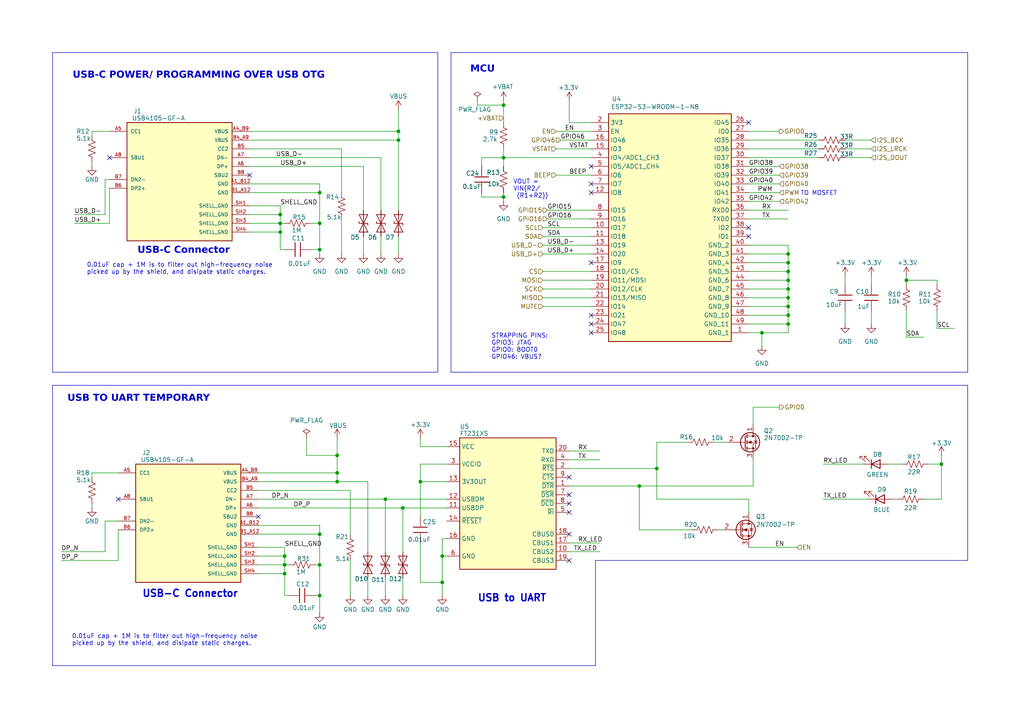
<source format=kicad_sch>
(kicad_sch (version 20231120) (generator "eeschema") (generator_version "8.0")
  (paper "A4")
  (lib_symbols
    (symbol "Device:C" (pin_numbers hide) (pin_names (offset 0.254))
      (property "Reference" "C" (at 0.635 2.54 0))
      (property "Value" "C" (at 0.635 -2.54 0))
      (symbol "C_1_1"
        (pin passive line (at 0 3.81 270) (length 2.794) (name "~") (number "1"))
        (pin passive line (at 0 -3.81 90) (length 2.794) (name "~") (number "2"))
      )
    )
    (symbol "Device:LED" (pin_numbers hide) (pin_names (offset 1.016) hide)
      (property "Reference" "D" (at 0 2.54 0))
      (property "Value" "LED" (at 0 -2.54 0))
      (symbol "LED_1_1"
        (pin passive line (at -3.81 0 0) (length 2.54) (name "K") (number "1"))
        (pin passive line (at 3.81 0 180) (length 2.54) (name "A") (number "2"))
      )
    )
    (symbol "Device:R_US" (pin_numbers hide) (pin_names (offset 0))
      (property "Reference" "R" (at 2.54 0 90))
      (property "Value" "R_US" (at -2.54 0 90))
      (symbol "R_US_1_1"
        (pin passive line (at 0 3.81 270) (length 1.27) (name "~") (number "1"))
        (pin passive line (at 0 -3.81 90) (length 1.27) (name "~") (number "2"))
      )
    )
    (symbol "Diode:ESD9B5.0ST5G" (pin_numbers hide) (pin_names (offset 1.016) hide)
      (property "Reference" "D" (at 0 2.54 0))
      (property "Value" "ESD9B5.0ST5G" (at 0 -2.54 0))
      (symbol "ESD9B5.0ST5G_1_1"
        (pin passive line (at -3.81 0 0) (length 2.54) (name "A1") (number "1"))
        (pin passive line (at 3.81 0 180) (length 2.54) (name "A2") (number "2"))
      )
    )
    (symbol "ESP32-S3-WROOM-1-N8:ESP32-S3-WROOM-1-N8"
      (property "Reference" "U" (at -10.16 29.21 0))
      (property "Value" "ESP32-S3-WROOM-1-N8" (at -10.16 26.67 0))
      (symbol "ESP32-S3-WROOM-1-N8_1_1"
        (pin passive line (at 30.48 -39.37 180) (length 5.08) (name "GND_1") (number "1"))
        (pin passive line (at -15.24 -8.89 0) (length 5.08) (name "IO17") (number "10"))
        (pin passive line (at -15.24 -11.43 0) (length 5.08) (name "IO18") (number "11"))
        (pin passive line (at -15.24 1.27 0) (length 5.08) (name "IO8") (number "12"))
        (pin passive line (at -15.24 -13.97 0) (length 5.08) (name "IO19") (number "13"))
        (pin passive line (at -15.24 -16.51 0) (length 5.08) (name "IO20") (number "14"))
        (pin passive line (at -15.24 13.97 0) (length 5.08) (name "IO3") (number "15"))
        (pin passive line (at -15.24 16.51 0) (length 5.08) (name "IO46") (number "16"))
        (pin passive line (at -15.24 -19.05 0) (length 5.08) (name "IO9") (number "17"))
        (pin passive line (at -15.24 -21.59 0) (length 5.08) (name "IO10/CS") (number "18"))
        (pin passive line (at -15.24 -24.13 0) (length 5.08) (name "IO11/MOSI") (number "19"))
        (pin passive line (at -15.24 21.59 0) (length 5.08) (name "3V3") (number "2"))
        (pin passive line (at -15.24 -26.67 0) (length 5.08) (name "IO12/CLK") (number "20"))
        (pin passive line (at -15.24 -29.21 0) (length 5.08) (name "IO13/MISO") (number "21"))
        (pin passive line (at -15.24 -31.75 0) (length 5.08) (name "IO14") (number "22"))
        (pin passive line (at -15.24 -34.29 0) (length 5.08) (name "IO21") (number "23"))
        (pin passive line (at -15.24 -36.83 0) (length 5.08) (name "IO47") (number "24"))
        (pin passive line (at -15.24 -39.37 0) (length 5.08) (name "IO48") (number "25"))
        (pin passive line (at 30.48 21.59 180) (length 5.08) (name "IO45") (number "26"))
        (pin passive line (at 30.48 19.05 180) (length 5.08) (name "IO0") (number "27"))
        (pin passive line (at 30.48 16.51 180) (length 5.08) (name "IO35") (number "28"))
        (pin passive line (at 30.48 13.97 180) (length 5.08) (name "IO36") (number "29"))
        (pin passive line (at -15.24 19.05 0) (length 5.08) (name "EN") (number "3"))
        (pin passive line (at 30.48 11.43 180) (length 5.08) (name "IO37") (number "30"))
        (pin passive line (at 30.48 8.89 180) (length 5.08) (name "IO38") (number "31"))
        (pin passive line (at 30.48 6.35 180) (length 5.08) (name "IO39") (number "32"))
        (pin passive line (at 30.48 3.81 180) (length 5.08) (name "IO40") (number "33"))
        (pin passive line (at 30.48 1.27 180) (length 5.08) (name "IO41") (number "34"))
        (pin passive line (at 30.48 -1.27 180) (length 5.08) (name "IO42") (number "35"))
        (pin passive line (at 30.48 -3.81 180) (length 5.08) (name "RXD0") (number "36"))
        (pin passive line (at 30.48 -6.35 180) (length 5.08) (name "TXD0") (number "37"))
        (pin passive line (at 30.48 -8.89 180) (length 5.08) (name "IO2") (number "38"))
        (pin passive line (at 30.48 -11.43 180) (length 5.08) (name "IO1") (number "39"))
        (pin passive line (at -15.24 11.43 0) (length 5.08) (name "IO4/ADC1_CH3") (number "4"))
        (pin passive line (at 30.48 -13.97 180) (length 5.08) (name "GND_2") (number "40"))
        (pin passive line (at 30.48 -16.51 180) (length 5.08) (name "GND_3") (number "41"))
        (pin passive line (at 30.48 -19.05 180) (length 5.08) (name "GND_4") (number "42"))
        (pin passive line (at 30.48 -21.59 180) (length 5.08) (name "GND_5") (number "43"))
        (pin passive line (at 30.48 -24.13 180) (length 5.08) (name "GND_6") (number "44"))
        (pin passive line (at 30.48 -26.67 180) (length 5.08) (name "GND_7") (number "45"))
        (pin passive line (at 30.48 -29.21 180) (length 5.08) (name "GND_8") (number "46"))
        (pin passive line (at 30.48 -31.75 180) (length 5.08) (name "GND_9") (number "47"))
        (pin passive line (at 30.48 -34.29 180) (length 5.08) (name "GND_10") (number "48"))
        (pin passive line (at 30.48 -36.83 180) (length 5.08) (name "GND_11") (number "49"))
        (pin passive line (at -15.24 8.89 0) (length 5.08) (name "IO5/ADC1_CH4") (number "5"))
        (pin passive line (at -15.24 6.35 0) (length 5.08) (name "IO6") (number "6"))
        (pin passive line (at -15.24 3.81 0) (length 5.08) (name "IO7") (number "7"))
        (pin passive line (at -15.24 -3.81 0) (length 5.08) (name "IO15") (number "8"))
        (pin passive line (at -15.24 -6.35 0) (length 5.08) (name "IO16") (number "9"))
      )
    )
    (symbol "Interface_USB:FT231XS"
      (property "Reference" "U" (at -13.97 20.32 0))
      (property "Value" "FT231XS" (at 7.62 20.32 0))
      (symbol "FT231XS_1_1"
        (pin output line (at 17.78 5.08 180) (length 3.81) (name "~{DTR}") (number "1"))
        (pin bidirectional line (at 17.78 -13.97 180) (length 3.81) (name "CBUS2") (number "10"))
        (pin bidirectional line (at -17.78 -1.27 0) (length 3.81) (name "USBDP") (number "11"))
        (pin bidirectional line (at -17.78 1.27 0) (length 3.81) (name "USBDM") (number "12"))
        (pin power_out line (at -17.78 6.35 0) (length 3.81) (name "3V3OUT") (number "13"))
        (pin input line (at -17.78 -5.08 0) (length 3.81) (name "~{RESET}") (number "14"))
        (pin power_in line (at -17.78 16.51 0) (length 3.81) (name "VCC") (number "15"))
        (pin power_in line (at -17.78 -10.16 0) (length 3.81) (name "GND") (number "16"))
        (pin bidirectional line (at 17.78 -11.43 180) (length 3.81) (name "CBUS1") (number "17"))
        (pin bidirectional line (at 17.78 -8.89 180) (length 3.81) (name "CBUS0") (number "18"))
        (pin bidirectional line (at 17.78 -16.51 180) (length 3.81) (name "CBUS3") (number "19"))
        (pin output line (at 17.78 10.16 180) (length 3.81) (name "~{RTS}") (number "2"))
        (pin output line (at 17.78 15.24 180) (length 3.81) (name "TXD") (number "20"))
        (pin power_in line (at -17.78 11.43 0) (length 3.81) (name "VCCIO") (number "3"))
        (pin input line (at 17.78 12.7 180) (length 3.81) (name "RXD") (number "4"))
        (pin input line (at 17.78 -2.54 180) (length 3.81) (name "~{RI}") (number "5"))
        (pin power_in line (at -17.78 -15.24 0) (length 3.81) (name "GND") (number "6"))
        (pin input line (at 17.78 2.54 180) (length 3.81) (name "~{DSR}") (number "7"))
        (pin input line (at 17.78 0 180) (length 3.81) (name "~{DCD}") (number "8"))
        (pin input line (at 17.78 7.62 180) (length 3.81) (name "~{CTS}") (number "9"))
      )
    )
    (symbol "Transistor_FET:BS108" (pin_names hide)
      (property "Reference" "Q" (at 5.08 1.905 0))
      (property "Value" "BS108" (at 5.08 0 0))
      (symbol "BS108_1_1"
        (pin passive line (at 2.54 5.08 270) (length 2.54) (name "D") (number "1"))
        (pin input line (at -5.08 0 0) (length 2.54) (name "G") (number "2"))
        (pin passive line (at 2.54 -5.08 90) (length 2.54) (name "S") (number "3"))
      )
    )
    (symbol "USB4105-GF-A:USB4105-GF-A" (pin_names (offset 1.016))
      (property "Reference" "J" (at -13.97 13.462 0))
      (property "Value" "USB4105-GF-A" (at -14.732 -25.4 0))
      (symbol "USB4105-GF-A_0_0"
        (pin power_in line (at 20.32 -5.08 180) (length 5.08) (name "GND") (number "A1_B12"))
        (pin bidirectional line (at -20.32 10.16 0) (length 5.08) (name "CC1") (number "A5"))
        (pin bidirectional line (at -20.32 2.54 0) (length 5.08) (name "SBU1") (number "A8"))
        (pin power_in line (at 20.32 -7.62 180) (length 5.08) (name "GND") (number "B1_A12"))
        (pin power_in line (at 20.32 7.62 180) (length 5.08) (name "VBUS") (number "B4_A9"))
        (pin bidirectional line (at 20.32 5.08 180) (length 5.08) (name "CC2") (number "B5"))
        (pin bidirectional line (at 20.32 -2.54 180) (length 5.08) (name "SBU2") (number "B8"))
      )
      (symbol "USB4105-GF-A_1_0"
        (pin power_in line (at 20.32 10.16 180) (length 5.08) (name "VBUS") (number "A4_B9"))
        (pin bidirectional line (at 20.32 0 180) (length 5.08) (name "DP+") (number "A6"))
        (pin bidirectional line (at 20.32 2.54 180) (length 5.08) (name "DN-") (number "A7"))
        (pin bidirectional line (at -20.32 -6.35 0) (length 5.08) (name "DP2+") (number "B6"))
        (pin bidirectional line (at -20.32 -3.81 0) (length 5.08) (name "DN2-") (number "B7"))
        (pin passive line (at 20.32 -11.43 180) (length 5.08) (name "SHELL_GND") (number "SH1"))
        (pin passive line (at 20.32 -13.97 180) (length 5.08) (name "SHELL_GND") (number "SH2"))
        (pin passive line (at 20.32 -16.51 180) (length 5.08) (name "SHELL_GND") (number "SH3"))
        (pin passive line (at 20.32 -19.05 180) (length 5.08) (name "SHELL_GND") (number "SH4"))
      )
    )
    (symbol "USB4105-GF-A_1" (pin_names (offset 1.016))
      (property "Reference" "J" (at -13.97 13.462 0))
      (property "Value" "USB4105-GF-A" (at -14.732 -25.4 0))
      (symbol "USB4105-GF-A_1_0_0"
        (pin power_in line (at 20.32 -5.08 180) (length 5.08) (name "GND") (number "A1_B12"))
        (pin bidirectional line (at -20.32 10.16 0) (length 5.08) (name "CC1") (number "A5"))
        (pin bidirectional line (at -20.32 2.54 0) (length 5.08) (name "SBU1") (number "A8"))
        (pin power_in line (at 20.32 -7.62 180) (length 5.08) (name "GND") (number "B1_A12"))
        (pin power_in line (at 20.32 7.62 180) (length 5.08) (name "VBUS") (number "B4_A9"))
        (pin bidirectional line (at 20.32 5.08 180) (length 5.08) (name "CC2") (number "B5"))
        (pin bidirectional line (at 20.32 -2.54 180) (length 5.08) (name "SBU2") (number "B8"))
      )
      (symbol "USB4105-GF-A_1_1_0"
        (pin power_in line (at 20.32 10.16 180) (length 5.08) (name "VBUS") (number "A4_B9"))
        (pin bidirectional line (at 20.32 0 180) (length 5.08) (name "DP+") (number "A6"))
        (pin bidirectional line (at 20.32 2.54 180) (length 5.08) (name "DN-") (number "A7"))
        (pin bidirectional line (at -20.32 -6.35 0) (length 5.08) (name "DP2+") (number "B6"))
        (pin bidirectional line (at -20.32 -3.81 0) (length 5.08) (name "DN2-") (number "B7"))
        (pin passive line (at 20.32 -11.43 180) (length 5.08) (name "SHELL_GND") (number "SH1"))
        (pin passive line (at 20.32 -13.97 180) (length 5.08) (name "SHELL_GND") (number "SH2"))
        (pin passive line (at 20.32 -16.51 180) (length 5.08) (name "SHELL_GND") (number "SH3"))
        (pin passive line (at 20.32 -19.05 180) (length 5.08) (name "SHELL_GND") (number "SH4"))
      )
    )
    (symbol "power:+3.3V" (power) (pin_numbers hide) (pin_names (offset 0) hide)
      (property "Value" "+3.3V" (at 0 3.556 0))
      (symbol "+3.3V_1_1"
        (pin power_in line (at 0 0 90) (length 0) (name "~") (number "1"))
      )
    )
    (symbol "power:+5V" (power) (pin_numbers hide) (pin_names (offset 0) hide)
      (property "Value" "+5V" (at 0 3.556 0))
      (symbol "+5V_1_1"
        (pin power_in line (at 0 0 90) (length 0) (name "~") (number "1"))
      )
    )
    (symbol "power:+BATT" (power) (pin_numbers hide) (pin_names (offset 0) hide)
      (property "Value" "+BATT" (at 0 3.556 0))
      (symbol "+BATT_1_1"
        (pin power_in line (at 0 0 90) (length 0) (name "~") (number "1"))
      )
    )
    (symbol "power:GND" (power) (pin_numbers hide) (pin_names (offset 0) hide)
      (property "Value" "GND" (at 0 -3.81 0))
      (symbol "GND_1_1"
        (pin power_in line (at 0 0 270) (length 0) (name "~") (number "1"))
      )
    )
    (symbol "power:PWR_FLAG" (power) (pin_numbers hide) (pin_names (offset 0) hide)
      (property "Value" "PWR_FLAG" (at 0 3.81 0))
      (symbol "PWR_FLAG_0_0"
        (pin power_out line (at 0 0 90) (length 0) (name "~") (number "1"))
      )
    )
    (symbol "power:VBUS" (power) (pin_numbers hide) (pin_names (offset 0) hide)
      (property "Value" "VBUS" (at 0 3.556 0))
      (symbol "VBUS_1_1"
        (pin power_in line (at 0 0 90) (length 0) (name "~") (number "1"))
      )
    )
  )
  (junction (at 273.05 134.62))
  (junction (at 116.84 147.32))
  (junction (at 82.55 161.29))
  (junction (at 92.71 55.88))
  (junction (at 185.42 140.97))
  (junction (at 115.57 40.64))
  (junction (at 97.79 139.7))
  (junction (at 146.05 45.72))
  (junction (at 92.71 172.72))
  (junction (at 97.79 132.08))
  (junction (at 111.76 144.78))
  (junction (at 146.05 57.15))
  (junction (at 228.6 86.36))
  (junction (at 92.71 64.77))
  (junction (at 128.27 168.91))
  (junction (at 262.89 81.28))
  (junction (at 146.05 30.48))
  (junction (at 228.6 88.9))
  (junction (at 81.28 67.31))
  (junction (at 220.98 96.52))
  (junction (at 190.5 135.89))
  (junction (at 92.71 163.83))
  (junction (at 228.6 76.2))
  (junction (at 121.92 139.7))
  (junction (at 228.6 91.44))
  (junction (at 82.55 166.37))
  (junction (at 92.71 154.94))
  (junction (at 128.27 161.29))
  (junction (at 228.6 73.66))
  (junction (at 81.28 64.77))
  (junction (at 228.6 83.82))
  (junction (at 228.6 78.74))
  (junction (at 228.6 93.98))
  (junction (at 92.71 72.39))
  (junction (at 82.55 163.83))
  (junction (at 97.79 137.16))
  (junction (at 228.6 81.28))
  (junction (at 115.57 38.1))
  (junction (at 81.28 62.23))
  (no_connect (at 165.1 148.59))
  (no_connect (at 72.39 50.8))
  (no_connect (at 217.17 35.56))
  (no_connect (at 165.1 138.43))
  (no_connect (at 171.45 93.98))
  (no_connect (at 165.1 154.94))
  (no_connect (at 34.29 144.78))
  (no_connect (at 171.45 91.44))
  (no_connect (at 171.45 48.26))
  (no_connect (at 165.1 146.05))
  (no_connect (at 217.17 68.58))
  (no_connect (at 171.45 55.88))
  (no_connect (at 74.93 149.86))
  (no_connect (at 217.17 66.04))
  (no_connect (at 165.1 162.56))
  (no_connect (at 165.1 143.51))
  (no_connect (at 171.45 76.2))
  (no_connect (at 171.45 53.34))
  (no_connect (at 31.75 45.72))
  (no_connect (at 171.45 96.52))
  (wire (pts (xy 157.48 86.36) (xy 171.45 86.36)))
  (wire (pts (xy 115.57 40.64) (xy 115.57 60.96)))
  (wire (pts (xy 105.41 48.26) (xy 105.41 60.96)))
  (wire (pts (xy 226.06 118.11) (xy 218.44 118.11)))
  (wire (pts (xy 165.1 140.97) (xy 185.42 140.97)))
  (wire (pts (xy 146.05 45.72) (xy 146.05 48.26)))
  (wire (pts (xy 228.6 91.44) (xy 217.17 91.44)))
  (polyline (pts (xy 280.67 162.56) (xy 172.72 162.56)))
  (wire (pts (xy 217.17 60.96) (xy 228.6 60.96)))
  (wire (pts (xy 111.76 167.64) (xy 111.76 172.72)))
  (wire (pts (xy 158.75 63.5) (xy 171.45 63.5)))
  (wire (pts (xy 185.42 140.97) (xy 218.44 140.97)))
  (wire (pts (xy 115.57 38.1) (xy 115.57 40.64)))
  (wire (pts (xy 217.17 144.78) (xy 217.17 148.59)))
  (wire (pts (xy 273.05 134.62) (xy 269.24 134.62)))
  (wire (pts (xy 115.57 31.75) (xy 115.57 38.1)))
  (wire (pts (xy 161.29 50.8) (xy 171.45 50.8)))
  (wire (pts (xy 217.17 45.72) (xy 237.49 45.72)))
  (wire (pts (xy 81.28 72.39) (xy 81.28 67.31)))
  (wire (pts (xy 74.93 152.4) (xy 92.71 152.4)))
  (wire (pts (xy 273.05 132.08) (xy 273.05 134.62)))
  (wire (pts (xy 17.78 160.02) (xy 30.48 160.02)))
  (wire (pts (xy 74.93 158.75) (xy 82.55 158.75)))
  (wire (pts (xy 128.27 168.91) (xy 128.27 172.72)))
  (wire (pts (xy 271.78 95.25) (xy 276.86 95.25)))
  (wire (pts (xy 228.6 78.74) (xy 228.6 81.28)))
  (wire (pts (xy 139.7 45.72) (xy 146.05 45.72)))
  (wire (pts (xy 129.54 139.7) (xy 121.92 139.7)))
  (wire (pts (xy 228.6 86.36) (xy 228.6 88.9)))
  (wire (pts (xy 190.5 144.78) (xy 217.17 144.78)))
  (wire (pts (xy 161.29 38.1) (xy 171.45 38.1)))
  (wire (pts (xy 17.78 162.56) (xy 34.29 162.56)))
  (wire (pts (xy 82.55 172.72) (xy 82.55 166.37)))
  (wire (pts (xy 245.11 43.18) (xy 252.73 43.18)))
  (wire (pts (xy 238.76 144.78) (xy 251.46 144.78)))
  (wire (pts (xy 157.48 73.66) (xy 171.45 73.66)))
  (wire (pts (xy 105.41 68.58) (xy 105.41 73.66)))
  (wire (pts (xy 26.67 137.16) (xy 26.67 138.43)))
  (wire (pts (xy 92.71 64.77) (xy 92.71 72.39)))
  (wire (pts (xy 146.05 43.18) (xy 146.05 45.72)))
  (wire (pts (xy 259.08 144.78) (xy 260.35 144.78)))
  (wire (pts (xy 72.39 53.34) (xy 92.71 53.34)))
  (wire (pts (xy 74.93 137.16) (xy 97.79 137.16)))
  (wire (pts (xy 217.17 71.12) (xy 228.6 71.12)))
  (wire (pts (xy 220.98 96.52) (xy 220.98 100.33)))
  (wire (pts (xy 121.92 139.7) (xy 121.92 149.86)))
  (wire (pts (xy 217.17 48.26) (xy 226.06 48.26)))
  (wire (pts (xy 121.92 134.62) (xy 121.92 139.7)))
  (wire (pts (xy 116.84 167.64) (xy 116.84 172.72)))
  (wire (pts (xy 185.42 140.97) (xy 185.42 153.67)))
  (wire (pts (xy 92.71 154.94) (xy 92.71 163.83)))
  (wire (pts (xy 31.75 38.1) (xy 26.67 38.1)))
  (wire (pts (xy 83.82 163.83) (xy 82.55 163.83)))
  (wire (pts (xy 146.05 30.48) (xy 146.05 35.56)))
  (wire (pts (xy 217.17 86.36) (xy 228.6 86.36)))
  (wire (pts (xy 217.17 96.52) (xy 220.98 96.52)))
  (wire (pts (xy 72.39 67.31) (xy 81.28 67.31)))
  (wire (pts (xy 162.56 40.64) (xy 171.45 40.64)))
  (wire (pts (xy 34.29 162.56) (xy 34.29 153.67)))
  (wire (pts (xy 34.29 137.16) (xy 26.67 137.16)))
  (wire (pts (xy 245.11 80.01) (xy 245.11 82.55)))
  (wire (pts (xy 106.68 139.7) (xy 106.68 160.02)))
  (wire (pts (xy 72.39 62.23) (xy 81.28 62.23)))
  (wire (pts (xy 271.78 81.28) (xy 271.78 82.55)))
  (wire (pts (xy 217.17 38.1) (xy 226.06 38.1)))
  (wire (pts (xy 97.79 139.7) (xy 106.68 139.7)))
  (wire (pts (xy 26.67 38.1) (xy 26.67 39.37)))
  (wire (pts (xy 74.93 147.32) (xy 116.84 147.32)))
  (wire (pts (xy 99.06 43.18) (xy 99.06 55.88)))
  (wire (pts (xy 217.17 55.88) (xy 226.06 55.88)))
  (wire (pts (xy 228.6 73.66) (xy 228.6 76.2)))
  (wire (pts (xy 72.39 43.18) (xy 99.06 43.18)))
  (wire (pts (xy 165.1 35.56) (xy 171.45 35.56)))
  (wire (pts (xy 138.43 29.21) (xy 138.43 30.48)))
  (polyline (pts (xy 15.24 111.76) (xy 280.67 111.76)))
  (wire (pts (xy 92.71 55.88) (xy 92.71 64.77)))
  (wire (pts (xy 34.29 151.13) (xy 30.48 151.13)))
  (wire (pts (xy 157.48 71.12) (xy 171.45 71.12)))
  (wire (pts (xy 165.1 135.89) (xy 190.5 135.89)))
  (wire (pts (xy 217.17 73.66) (xy 228.6 73.66)))
  (wire (pts (xy 30.48 52.07) (xy 30.48 62.23)))
  (wire (pts (xy 245.11 90.17) (xy 245.11 93.98)))
  (wire (pts (xy 217.17 63.5) (xy 228.6 63.5)))
  (wire (pts (xy 92.71 152.4) (xy 92.71 154.94)))
  (wire (pts (xy 74.93 142.24) (xy 101.6 142.24)))
  (wire (pts (xy 217.17 58.42) (xy 226.06 58.42)))
  (wire (pts (xy 99.06 63.5) (xy 99.06 73.66)))
  (wire (pts (xy 262.89 90.17) (xy 262.89 97.79)))
  (wire (pts (xy 228.6 71.12) (xy 228.6 73.66)))
  (wire (pts (xy 74.93 166.37) (xy 82.55 166.37)))
  (wire (pts (xy 97.79 132.08) (xy 97.79 137.16)))
  (wire (pts (xy 72.39 38.1) (xy 115.57 38.1)))
  (wire (pts (xy 81.28 59.69) (xy 81.28 62.23)))
  (wire (pts (xy 157.48 88.9) (xy 171.45 88.9)))
  (wire (pts (xy 228.6 93.98) (xy 228.6 96.52)))
  (wire (pts (xy 157.48 81.28) (xy 171.45 81.28)))
  (wire (pts (xy 128.27 161.29) (xy 128.27 168.91)))
  (wire (pts (xy 171.45 45.72) (xy 146.05 45.72)))
  (wire (pts (xy 228.6 91.44) (xy 228.6 93.98)))
  (wire (pts (xy 146.05 57.15) (xy 146.05 58.42)))
  (wire (pts (xy 139.7 57.15) (xy 146.05 57.15)))
  (wire (pts (xy 72.39 48.26) (xy 105.41 48.26)))
  (wire (pts (xy 72.39 45.72) (xy 110.49 45.72)))
  (wire (pts (xy 157.48 66.04) (xy 171.45 66.04)))
  (wire (pts (xy 21.59 62.23) (xy 30.48 62.23)))
  (wire (pts (xy 217.17 83.82) (xy 228.6 83.82)))
  (wire (pts (xy 217.17 78.74) (xy 228.6 78.74)))
  (wire (pts (xy 90.17 64.77) (xy 92.71 64.77)))
  (wire (pts (xy 218.44 118.11) (xy 218.44 123.19)))
  (wire (pts (xy 262.89 81.28) (xy 262.89 82.55)))
  (wire (pts (xy 217.17 53.34) (xy 226.06 53.34)))
  (wire (pts (xy 217.17 40.64) (xy 237.49 40.64)))
  (wire (pts (xy 74.93 154.94) (xy 92.71 154.94)))
  (wire (pts (xy 116.84 147.32) (xy 129.54 147.32)))
  (wire (pts (xy 81.28 72.39) (xy 82.55 72.39)))
  (wire (pts (xy 31.75 52.07) (xy 30.48 52.07)))
  (wire (pts (xy 26.67 146.05) (xy 26.67 147.32)))
  (wire (pts (xy 26.67 46.99) (xy 26.67 48.26)))
  (wire (pts (xy 88.9 132.08) (xy 97.79 132.08)))
  (wire (pts (xy 245.11 45.72) (xy 252.73 45.72)))
  (polyline (pts (xy 280.67 111.76) (xy 280.67 162.56)))
  (wire (pts (xy 74.93 144.78) (xy 111.76 144.78)))
  (wire (pts (xy 82.55 158.75) (xy 82.55 161.29)))
  (wire (pts (xy 228.6 81.28) (xy 228.6 83.82)))
  (wire (pts (xy 208.28 153.67) (xy 209.55 153.67)))
  (wire (pts (xy 121.92 134.62) (xy 129.54 134.62)))
  (wire (pts (xy 217.17 50.8) (xy 226.06 50.8)))
  (wire (pts (xy 121.92 168.91) (xy 128.27 168.91)))
  (wire (pts (xy 72.39 64.77) (xy 81.28 64.77)))
  (wire (pts (xy 92.71 72.39) (xy 92.71 73.66)))
  (wire (pts (xy 228.6 88.9) (xy 228.6 91.44)))
  (wire (pts (xy 218.44 133.35) (xy 218.44 140.97)))
  (wire (pts (xy 217.17 158.75) (xy 231.14 158.75)))
  (wire (pts (xy 72.39 55.88) (xy 92.71 55.88)))
  (wire (pts (xy 165.1 133.35) (xy 173.99 133.35)))
  (wire (pts (xy 82.55 172.72) (xy 83.82 172.72)))
  (wire (pts (xy 121.92 157.48) (xy 121.92 168.91)))
  (wire (pts (xy 165.1 157.48) (xy 173.99 157.48)))
  (wire (pts (xy 128.27 156.21) (xy 129.54 156.21)))
  (wire (pts (xy 228.6 76.2) (xy 228.6 78.74)))
  (wire (pts (xy 228.6 83.82) (xy 228.6 86.36)))
  (wire (pts (xy 267.97 144.78) (xy 273.05 144.78)))
  (wire (pts (xy 146.05 55.88) (xy 146.05 57.15)))
  (wire (pts (xy 157.48 78.74) (xy 171.45 78.74)))
  (wire (pts (xy 81.28 64.77) (xy 81.28 67.31)))
  (wire (pts (xy 245.11 40.64) (xy 252.73 40.64)))
  (wire (pts (xy 97.79 139.7) (xy 97.79 137.16)))
  (wire (pts (xy 30.48 151.13) (xy 30.48 160.02)))
  (wire (pts (xy 110.49 68.58) (xy 110.49 73.66)))
  (wire (pts (xy 129.54 129.54) (xy 121.92 129.54)))
  (wire (pts (xy 90.17 72.39) (xy 92.71 72.39)))
  (wire (pts (xy 111.76 144.78) (xy 111.76 160.02)))
  (wire (pts (xy 81.28 62.23) (xy 81.28 64.77)))
  (wire (pts (xy 157.48 83.82) (xy 171.45 83.82)))
  (wire (pts (xy 139.7 48.26) (xy 139.7 45.72)))
  (wire (pts (xy 217.17 93.98) (xy 228.6 93.98)))
  (wire (pts (xy 88.9 127) (xy 88.9 132.08)))
  (wire (pts (xy 111.76 144.78) (xy 129.54 144.78)))
  (wire (pts (xy 138.43 30.48) (xy 146.05 30.48)))
  (wire (pts (xy 97.79 127) (xy 97.79 132.08)))
  (wire (pts (xy 91.44 163.83) (xy 92.71 163.83)))
  (wire (pts (xy 165.1 130.81) (xy 173.99 130.81)))
  (wire (pts (xy 262.89 97.79) (xy 267.97 97.79)))
  (wire (pts (xy 157.48 68.58) (xy 171.45 68.58)))
  (wire (pts (xy 74.93 163.83) (xy 82.55 163.83)))
  (wire (pts (xy 82.55 163.83) (xy 82.55 166.37)))
  (wire (pts (xy 101.6 142.24) (xy 101.6 154.94)))
  (wire (pts (xy 257.81 134.62) (xy 261.62 134.62)))
  (wire (pts (xy 262.89 81.28) (xy 271.78 81.28)))
  (wire (pts (xy 252.73 90.17) (xy 252.73 93.98)))
  (wire (pts (xy 82.55 161.29) (xy 82.55 163.83)))
  (wire (pts (xy 161.29 43.18) (xy 171.45 43.18)))
  (wire (pts (xy 72.39 59.69) (xy 81.28 59.69)))
  (wire (pts (xy 190.5 128.27) (xy 190.5 135.89)))
  (wire (pts (xy 74.93 139.7) (xy 97.79 139.7)))
  (wire (pts (xy 217.17 81.28) (xy 228.6 81.28)))
  (wire (pts (xy 271.78 90.17) (xy 271.78 95.25)))
  (wire (pts (xy 165.1 29.21) (xy 165.1 35.56)))
  (wire (pts (xy 91.44 172.72) (xy 92.71 172.72)))
  (wire (pts (xy 185.42 153.67) (xy 200.66 153.67)))
  (wire (pts (xy 106.68 167.64) (xy 106.68 172.72)))
  (wire (pts (xy 217.17 43.18) (xy 237.49 43.18)))
  (wire (pts (xy 92.71 53.34) (xy 92.71 55.88)))
  (wire (pts (xy 128.27 161.29) (xy 128.27 156.21)))
  (wire (pts (xy 217.17 88.9) (xy 228.6 88.9)))
  (wire (pts (xy 115.57 68.58) (xy 115.57 73.66)))
  (wire (pts (xy 252.73 80.01) (xy 252.73 82.55)))
  (wire (pts (xy 74.93 161.29) (xy 82.55 161.29)))
  (wire (pts (xy 262.89 80.01) (xy 262.89 81.28)))
  (wire (pts (xy 273.05 134.62) (xy 273.05 144.78)))
  (polyline (pts (xy 172.72 162.56) (xy 172.72 193.04)))
  (wire (pts (xy 92.71 172.72) (xy 92.71 177.8)))
  (wire (pts (xy 72.39 40.64) (xy 115.57 40.64)))
  (wire (pts (xy 101.6 162.56) (xy 101.6 172.72)))
  (wire (pts (xy 110.49 60.96) (xy 110.49 45.72)))
  (wire (pts (xy 116.84 147.32) (xy 116.84 160.02)))
  (wire (pts (xy 82.55 64.77) (xy 81.28 64.77)))
  (wire (pts (xy 165.1 160.02) (xy 173.99 160.02)))
  (wire (pts (xy 21.59 64.77) (xy 31.75 64.77)))
  (wire (pts (xy 146.05 29.21) (xy 146.05 30.48)))
  (wire (pts (xy 139.7 55.88) (xy 139.7 57.15)))
  (wire (pts (xy 158.75 60.96) (xy 171.45 60.96)))
  (wire (pts (xy 92.71 163.83) (xy 92.71 172.72)))
  (polyline (pts (xy 15.24 111.76) (xy 15.24 193.04)))
  (polyline (pts (xy 172.72 193.04) (xy 15.24 193.04)))
  (wire (pts (xy 217.17 76.2) (xy 228.6 76.2)))
  (wire (pts (xy 129.54 161.29) (xy 128.27 161.29)))
  (wire (pts (xy 31.75 64.77) (xy 31.75 54.61)))
  (wire (pts (xy 190.5 128.27) (xy 199.39 128.27)))
  (wire (pts (xy 121.92 127) (xy 121.92 129.54)))
  (wire (pts (xy 190.5 135.89) (xy 190.5 144.78)))
  (wire (pts (xy 207.01 128.27) (xy 210.82 128.27)))
  (wire (pts (xy 220.98 96.52) (xy 228.6 96.52)))
  (wire (pts (xy 238.76 134.62) (xy 250.19 134.62)))
  (rectangle (start 130.81 15.24) (end 280.67 107.95))
  (rectangle (start 15.24 15.24) (end 127 107.95))
  (rectangle (start 15.24 110.49) (end 165.1 182.88) (stroke (width -0.0001)))
  (text "USB-C POWER/ PROGRAMMING OVER USB OTG" (at 21.082 23.622 0) (effects (font (size 2 2) (thickness 1.016) (bold yes)) (justify left bottom)))
  (text "0.01uF cap + 1M is to filter out high-frequency noise \npicked up by the shield, and disipate static charges." (at 25.146 77.978 0) (effects (font (size 1.27 1.27)) (justify left)))
  (text "MCU" (at 136.398 21.844 0) (effects (font (size 2 2) (thickness 1.016) (bold yes)) (justify left bottom)))
  (text "0.01uF cap + 1M is to filter out high-frequency noise \npicked up by the shield, and disipate static charges." (at 20.828 185.674 0) (effects (font (size 1.27 1.27)) (justify left)))
  (text "VOUT = \nVIN(R2/\n (R1+R2))" (at 148.844 54.864 0) (effects (font (size 1.27 1.27)) (justify left)))
  (text "USB TO UART TEMPORARY" (at 19.558 117.348 0) (effects (font (size 2 2) (thickness 0.4064) (bold yes)) (justify left bottom)))
  (text "TO MOSFET" (at 232.156 56.134 0) (effects (font (size 1.27 1.27)) (justify left)))
  (text "USB-C Connector" (at 39.878 74.422 0) (effects (font (size 2 2) (thickness 0.4064) (bold yes)) (justify left bottom)))
  (text "STRAPPING PINS: \nGPIO3: JTAG\nGPIO0: BOOT0\nGPIO46: VBUS?" (at 142.494 100.584 0) (effects (font (size 1.27 1.27)) (justify left)))
  (text "USB to UART" (at 138.43 174.752 0) (effects (font (size 2.032 2.032) (thickness 0.4064) (bold yes)) (justify left bottom)))
  (text "USB-C Connector" (at 41.148 173.482 0) (effects (font (size 2.032 2.032) (thickness 0.4064) (bold yes)) (justify left bottom)))
  (label "DP_P" (at 17.78 162.56 0))
  (label "VSTAT" (at 165.1 43.18 0))
  (label "USB_D+" (at 158.75 73.66 0))
  (label "PWM" (at 219.71 55.88 0))
  (label "SHELL_GND" (at 81.28 59.69 0))
  (label "SDA" (at 158.75 68.58 0))
  (label "USB_D-" (at 80.01 45.72 0))
  (label "DP_P" (at 85.09 147.32 0))
  (label "GPIO42" (at 217.17 58.42 0))
  (label "SCL" (at 158.75 66.04 0))
  (label "GPIO16" (at 158.75 63.5 0))
  (label "EN" (at 224.79 158.75 0))
  (label "USB_D-" (at 158.75 71.12 0))
  (label "SCL" (at 271.78 95.25 0))
  (label "GPIO40" (at 217.17 53.34 0))
  (label "EN" (at 163.83 38.1 0))
  (label "GPIO46" (at 162.56 40.64 0))
  (label "USB_D+" (at 81.28 48.26 0))
  (label "TX_LED" (at 238.76 144.78 0))
  (label "USB_D-" (at 21.59 62.23 0))
  (label "USB_D+" (at 21.59 64.77 0))
  (label "RX" (at 167.64 130.81 0))
  (label "RX" (at 220.98 60.96 0))
  (label "TX" (at 220.98 63.5 0))
  (label "BEEP" (at 165.1 50.8 0))
  (label "GPIO15" (at 158.75 60.96 0))
  (label "RX_LED" (at 238.76 134.62 0))
  (label "GPIO39" (at 217.17 50.8 0))
  (label "DP_N" (at 17.78 160.02 0))
  (label "RX_LED" (at 167.64 157.48 0))
  (label "DP_N" (at 78.74 144.78 0))
  (label "SHELL_GND" (at 82.55 158.75 0))
  (label "GPIO38" (at 217.17 48.26 0))
  (label "TX" (at 167.64 133.35 0))
  (label "SDA" (at 262.89 97.79 0))
  (label "TX_LED" (at 166.37 160.02 0))
  (hierarchical_label "GPIO0" (shape output) (at 226.06 118.11 0))
  (hierarchical_label "I2S_BCK" (shape input) (at 252.73 40.64 0))
  (hierarchical_label "USB_D+" (shape input) (at 157.48 73.66 180))
  (hierarchical_label "GPIO0" (shape output) (at 226.06 38.1 0))
  (hierarchical_label "I2S_DOUT" (shape input) (at 252.73 45.72 0))
  (hierarchical_label "SDA" (shape input) (at 157.48 68.58 180))
  (hierarchical_label "CS" (shape input) (at 157.48 78.74 180))
  (hierarchical_label "GPIO40" (shape input) (at 226.06 53.34 0))
  (hierarchical_label "USB_D-" (shape input) (at 157.48 71.12 180))
  (hierarchical_label "EN" (shape input) (at 231.14 158.75 0))
  (hierarchical_label "GPIO15" (shape input) (at 158.75 60.96 180))
  (hierarchical_label "EN" (shape input) (at 161.29 38.1 180))
  (hierarchical_label "MISO" (shape input) (at 157.48 86.36 180))
  (hierarchical_label "PWM" (shape input) (at 226.06 55.88 0))
  (hierarchical_label "BEEP" (shape input) (at 161.29 50.8 180))
  (hierarchical_label "GPIO42" (shape input) (at 226.06 58.42 0))
  (hierarchical_label "GPIO39" (shape input) (at 226.06 50.8 0))
  (hierarchical_label "GPIO38" (shape input) (at 226.06 48.26 0))
  (hierarchical_label "I2S_LRCK" (shape input) (at 252.73 43.18 0))
  (hierarchical_label "SCL" (shape input) (at 157.48 66.04 180))
  (hierarchical_label "SCK" (shape input) (at 157.48 83.82 180))
  (hierarchical_label "GPIO16" (shape input) (at 158.75 63.5 180))
  (hierarchical_label "VSTAT" (shape input) (at 161.29 43.18 180))
  (hierarchical_label "+VBAT" (shape input) (at 146.05 34.29 180))
  (hierarchical_label "MOSI" (shape input) (at 157.48 81.28 180))
  (hierarchical_label "MUTE" (shape input) (at 157.48 88.9 180))
  (hierarchical_label "GPIO46" (shape input) (at 162.56 40.64 180))
  (symbol (lib_id "power:GND") (at 26.67 48.26 0) (unit 1)
    (property "Reference" "#PWR033" (effects (hide yes)))
    (property "Value" "GND" (at 26.67 52.07 0))
  )
  (symbol (lib_name "USB4105-GF-A_1") (lib_id "USB4105-GF-A:USB4105-GF-A") (at 52.07 48.26 0) (unit 1)
    (property "Reference" "J1" (at 39.878 32.258 0))
    (property "Value" "USB4105-GF-A" (at 45.974 34.29 0))
    (property "Footprint" "USB4105-GF-A:GCT_USB4105-GF-A" (effects (hide yes)))
    (property "MPN" "USB4105-GF-A" (effects (hide yes)))
  )
  (symbol (lib_id "power:+3.3V") (at 245.11 80.01 0) (unit 1)
    (property "Reference" "#PWR019" (effects (hide yes)))
    (property "Value" "+3.3V" (at 245.11 76.2 0))
    (property "Description" "Power symbol creates a global label with name \"+3.3V\"" (effects (hide yes)))
  )
  (symbol (lib_id "power:GND") (at 101.6 172.72 0) (unit 1)
    (property "Reference" "#PWR043" (effects (hide yes)))
    (property "Value" "GND" (at 101.6 176.784 0))
    (property "Description" "Power symbol creates a global label with name \"GND\" , ground" (effects (hide yes)))
  )
  (symbol (lib_id "power:GND") (at 220.98 100.33 0) (unit 1)
    (property "Reference" "#PWR079" (effects (hide yes)))
    (property "Value" "GND" (at 220.98 105.41 0))
    (property "Description" "Power symbol creates a global label with name \"GND\" , ground" (effects (hide yes)))
  )
  (symbol (lib_id "Device:R_US") (at 264.16 144.78 270) (unit 1)
    (property "Reference" "R19" (at 262.128 142.494 90) (effects (justify left)))
    (property "Value" "22R" (at 262.128 147.32 90) (effects (justify left)))
    (property "Footprint" "Resistor_SMD:R_0805_2012Metric" (effects (hide yes)))
    (property "Description" "Resistor, US symbol" (effects (hide yes)))
    (property "MPN" "RC0805FR-0722RL" (effects (hide yes)))
  )
  (symbol (lib_id "power:GND") (at 115.57 73.66 0) (unit 1)
    (property "Reference" "#PWR083" (effects (hide yes)))
    (property "Value" "GND" (at 115.57 78.74 0))
    (property "Description" "Power symbol creates a global label with name \"GND\" , ground" (effects (hide yes)))
  )
  (symbol (lib_id "power:GND") (at 106.68 172.72 0) (unit 1)
    (property "Reference" "#PWR065" (effects (hide yes)))
    (property "Value" "GND" (at 106.68 176.784 0))
    (property "Description" "Power symbol creates a global label with name \"GND\" , ground" (effects (hide yes)))
  )
  (symbol (lib_id "USB4105-GF-A:USB4105-GF-A") (at 54.61 147.32 0) (unit 1)
    (property "Reference" "J2" (at 42.418 131.318 0))
    (property "Value" "USB4105-GF-A" (at 48.514 133.35 0))
    (property "Footprint" "USB4105-GF-A:GCT_USB4105-GF-A" (effects (hide yes)))
    (property "MPN" "USB4105-GF-A" (effects (hide yes)))
  )
  (symbol (lib_id "power:GND") (at 92.71 177.8 0) (unit 1)
    (property "Reference" "#PWR041" (effects (hide yes)))
    (property "Value" "GND" (at 92.71 181.864 0))
    (property "Description" "Power symbol creates a global label with name \"GND\" , ground" (effects (hide yes)))
  )
  (symbol (lib_id "power:GND") (at 110.49 73.66 0) (unit 1)
    (property "Reference" "#PWR082" (effects (hide yes)))
    (property "Value" "GND" (at 110.49 78.74 0))
    (property "Description" "Power symbol creates a global label with name \"GND\" , ground" (effects (hide yes)))
  )
  (symbol (lib_id "ESP32-S3-WROOM-1-N8:ESP32-S3-WROOM-1-N8") (at 186.69 57.15 0) (unit 1)
    (property "Reference" "U4" (at 178.816 28.702 0))
    (property "Value" "ESP32-S3-WROOM-1-N8" (at 189.992 30.988 0))
    (property "Footprint" "KiCad:ESP32S3WROOM1N8R2" (effects (hide yes)))
    (property "Datasheet" "https://www.espressif.com/sites/default/files/documentation/esp32-s3-wroom-1_wroom-1u_datasheet_en.pdf" (effects (hide yes)))
    (property "Description" "SMD MODULE, ESP32-S3, 8 MB SPI F" (effects (hide yes)))
    (property "Height" "3.25" (effects (hide yes)))
    (property "Mouser Part Number" "356-ESP32-S3WROOM1N8" (effects (hide yes)))
    (property "Mouser Price/Stock" "https://www.mouser.co.uk/ProductDetail/Espressif-Systems/ESP32-S3-WROOM-1-N8?qs=Wj%2FVkw3K%252BMC1mq0KGPvoSQ%3D%3D" (effects (hide yes)))
    (property "Manufacturer_Name" "Espressif Systems" (effects (hide yes)))
    (property "MPN" "ESP32-S3-WROOM-1-N8" (effects (hide yes)))
  )
  (symbol (lib_id "power:GND") (at 116.84 172.72 0) (unit 1)
    (property "Reference" "#PWR076" (effects (hide yes)))
    (property "Value" "GND" (at 116.84 176.784 0))
    (property "Description" "Power symbol creates a global label with name \"GND\" , ground" (effects (hide yes)))
  )
  (symbol (lib_id "Device:C") (at 245.11 86.36 0) (unit 1)
    (property "Reference" "C9" (at 240.538 84.582 0) (effects (justify left)))
    (property "Value" "10uF" (at 239.522 88.392 0) (effects (justify left)))
    (property "Footprint" "Capacitor_SMD:C_0805_2012Metric" (effects (hide yes)))
    (property "Description" "Unpolarized capacitor" (effects (hide yes)))
    (property "MPN" "CL21B106KPQNNNE" (effects (hide yes)))
  )
  (symbol (lib_id "power:+BATT") (at 146.05 29.21 0) (unit 1)
    (property "Reference" "#PWR012" (effects (hide yes)))
    (property "Value" "+VBAT" (at 145.796 25.146 0))
    (property "Description" "Power symbol creates a global label with name \"+BATT\"" (effects (hide yes)))
  )
  (symbol (lib_id "Device:R_US") (at 262.89 86.36 180) (unit 1)
    (property "Reference" "R10" (at 261.366 85.344 0) (effects (justify left)))
    (property "Value" "10k" (at 261.112 87.376 0) (effects (justify left)))
    (property "Footprint" "Resistor_SMD:R_0805_2012Metric" (effects (hide yes)))
    (property "Description" "Resistor, US symbol" (effects (hide yes)))
    (property "MPN" "RMCF0805FT10K0" (effects (hide yes)))
  )
  (symbol (lib_id "power:+3.3V") (at 165.1 29.21 0) (unit 1)
    (property "Reference" "#PWR018" (effects (hide yes)))
    (property "Value" "+3.3V" (at 164.846 25.4 0))
    (property "Description" "Power symbol creates a global label with name \"+3.3V\"" (effects (hide yes)))
  )
  (symbol (lib_id "power:+5V") (at 121.92 127 0) (unit 1)
    (property "Reference" "#PWR028" (effects (hide yes)))
    (property "Value" "+3.3V" (at 121.92 123.19 0))
    (property "Description" "Power symbol creates a global label with name \"+5V\"" (effects (hide yes)))
  )
  (symbol (lib_id "Interface_USB:FT231XS") (at 147.32 146.05 0) (unit 1)
    (property "Reference" "U5" (at 133.35 123.698 0) (effects (justify left)))
    (property "Value" "FT231XS" (at 133.35 125.73 0) (effects (justify left)))
    (property "Footprint" "Package_SO:SSOP-20_3.9x8.7mm_P0.635mm" (effects (hide yes)))
    (property "Datasheet" "https://www.ftdichip.com/Support/Documents/DataSheets/ICs/DS_FT231X.pdf" (effects (hide yes)))
    (property "Description" "Full Speed USB to Full Handshake UART, SSOP-20" (effects (hide yes)))
    (property "MPN" "FT231XS-R" (effects (hide yes)))
  )
  (symbol (lib_id "power:GND") (at 26.67 147.32 0) (unit 1)
    (property "Reference" "#PWR044" (effects (hide yes)))
    (property "Value" "GND" (at 26.67 151.13 0))
  )
  (symbol (lib_id "Device:R_US") (at 271.78 86.36 180) (unit 1)
    (property "Reference" "R11" (at 270.256 85.344 0) (effects (justify left)))
    (property "Value" "10k" (at 270.002 87.376 0) (effects (justify left)))
    (property "Footprint" "Resistor_SMD:R_0805_2012Metric" (effects (hide yes)))
    (property "Description" "Resistor, US symbol" (effects (hide yes)))
    (property "MPN" "RMCF0805FT10K0" (effects (hide yes)))
  )
  (symbol (lib_id "Diode:ESD9B5.0ST5G") (at 116.84 163.83 270) (unit 1)
    (property "Reference" "D12" (at 112.776 167.894 90) (effects (justify left)))
    (property "Value" "ESD9B5.0ST5G" (effects (hide yes)))
    (property "Footprint" "Diode_SMD:D_SOD-923" (effects (hide yes)))
    (property "Datasheet" "https://www.digikey.com/en/products/detail/onsemi/ESD9B5-0ST5G/1646449" (effects (hide yes)))
    (property "Description" "ESD protection diode, 5.0Vrwm, SOD-923" (effects (hide yes)))
    (property "MPN" "ESD9B5.0ST5G" (effects (hide yes)))
  )
  (symbol (lib_id "Device:R_US") (at 99.06 59.69 0) (unit 1)
    (property "Reference" "R14" (at 94.488 57.15 0) (effects (justify left)))
    (property "Value" "5.1k" (at 94.742 62.992 0) (effects (justify left)))
    (property "Footprint" "Resistor_SMD:R_0805_2012Metric" (effects (hide yes)))
    (property "Description" "Resistor, US symbol" (effects (hide yes)))
    (property "MPN" "RC0805JR-075K1L" (effects (hide yes)))
  )
  (symbol (lib_id "Diode:ESD9B5.0ST5G") (at 111.76 163.83 270) (unit 1)
    (property "Reference" "D11" (at 107.696 168.148 90) (effects (justify left)))
    (property "Value" "ESD9B5.0ST5G" (effects (hide yes)))
    (property "Footprint" "Diode_SMD:D_SOD-923" (effects (hide yes)))
    (property "Datasheet" "https://www.digikey.com/en/products/detail/onsemi/ESD9B5-0ST5G/1646449" (effects (hide yes)))
    (property "Description" "ESD protection diode, 5.0Vrwm, SOD-923" (effects (hide yes)))
    (property "MPN" "ESD9B5.0ST5G" (effects (hide yes)))
  )
  (symbol (lib_id "power:GND") (at 245.11 93.98 0) (unit 1)
    (property "Reference" "#PWR084" (effects (hide yes)))
    (property "Value" "GND" (at 245.11 99.06 0))
    (property "Description" "Power symbol creates a global label with name \"GND\" , ground" (effects (hide yes)))
  )
  (symbol (lib_id "power:GND") (at 99.06 73.66 0) (unit 1)
    (property "Reference" "#PWR080" (effects (hide yes)))
    (property "Value" "GND" (at 99.06 78.74 0))
    (property "Description" "Power symbol creates a global label with name \"GND\" , ground" (effects (hide yes)))
  )
  (symbol (lib_id "power:GND") (at 92.71 73.66 0) (unit 1)
    (property "Reference" "#PWR032" (effects (hide yes)))
    (property "Value" "GND" (at 92.71 78.74 0))
    (property "Description" "Power symbol creates a global label with name \"GND\" , ground" (effects (hide yes)))
  )
  (symbol (lib_id "Device:C") (at 87.63 172.72 270) (unit 1)
    (property "Reference" "C12" (at 85.852 169.418 90) (effects (justify left)))
    (property "Value" "0.01uF" (at 84.836 176.276 90) (effects (justify left)))
    (property "Footprint" "Capacitor_SMD:C_0805_2012Metric" (effects (hide yes)))
    (property "Description" "Unpolarized capacitor" (effects (hide yes)))
    (property "MPN" "C0805C103K5RACTU" (effects (hide yes)))
  )
  (symbol (lib_id "Device:R_US") (at 26.67 43.18 0) (unit 1)
    (property "Reference" "R12" (at 22.098 38.1 0) (effects (justify left)))
    (property "Value" "5.1k" (at 22.098 40.132 0) (effects (justify left)))
    (property "Footprint" "Resistor_SMD:R_0805_2012Metric" (effects (hide yes)))
    (property "Description" "Resistor, US symbol" (effects (hide yes)))
    (property "MPN" "RC0805JR-075K1L" (effects (hide yes)))
  )
  (symbol (lib_id "power:PWR_FLAG") (at 138.43 29.21 0) (unit 1)
    (property "Reference" "#FLG02" (effects (hide yes)))
    (property "Value" "PWR_FLAG" (at 137.668 31.75 0))
    (property "Description" "Special symbol for telling ERC where power comes from" (effects (hide yes)))
  )
  (symbol (lib_id "Device:R_US") (at 101.6 158.75 0) (unit 1)
    (property "Reference" "R21" (at 97.282 155.702 0) (effects (justify left)))
    (property "Value" "5.1k" (at 97.282 162.052 0) (effects (justify left)))
    (property "Footprint" "Resistor_SMD:R_0805_2012Metric" (effects (hide yes)))
    (property "Description" "Resistor, US symbol" (effects (hide yes)))
    (property "MPN" "RC0805JR-075K1L" (effects (hide yes)))
  )
  (symbol (lib_id "Device:R_US") (at 241.3 45.72 270) (unit 1)
    (property "Reference" "R27" (at 233.172 44.45 90) (effects (justify left)))
    (property "Value" "33R" (at 243.586 44.704 90) (effects (justify left)))
    (property "Footprint" "Resistor_SMD:R_0805_2012Metric" (effects (hide yes)))
    (property "Description" "Resistor, US symbol" (effects (hide yes)))
    (property "MPN" "RC0805FR-0733RL" (effects (hide yes)))
  )
  (symbol (lib_id "power:GND") (at 105.41 73.66 0) (unit 1)
    (property "Reference" "#PWR081" (effects (hide yes)))
    (property "Value" "GND" (at 105.41 78.74 0))
    (property "Description" "Power symbol creates a global label with name \"GND\" , ground" (effects (hide yes)))
  )
  (symbol (lib_id "Device:LED") (at 254 134.62 0) (mirror x) (unit 1)
    (property "Reference" "D8" (at 254.508 131.826 0))
    (property "Value" "GREEN" (at 254.508 137.668 0))
    (property "Footprint" "LED_SMD:LED_0805_2012Metric" (effects (hide yes)))
    (property "MPN" "150080GS75000" (effects (hide yes)))
  )
  (symbol (lib_id "Transistor_FET:BS108") (at 215.9 128.27 0) (unit 1)
    (property "Reference" "Q2" (at 221.488 124.968 0) (effects (justify left)))
    (property "Value" "2N7002-TP" (at 221.488 127 0) (effects (justify left)))
    (property "Footprint" "Package_TO_SOT_THT:TO-92_Inline" (effects (hide yes)))
    (property "Datasheet" "http://www.redrok.com/MOSFET_BS108_200V_250mA_8O_Vth1.5_TO-92.PDF" (effects (hide yes)))
    (property "Description" "0.25A Id, 200V Vds, N-Channel MOSFET, TO-92" (effects (hide yes)))
    (property "MPN" "2N7002-TP" (effects (hide yes)))
  )
  (symbol (lib_id "Device:R_US") (at 146.05 52.07 180) (unit 1)
    (property "Reference" "R13" (at 145.034 50.038 0) (effects (justify left)))
    (property "Value" "10k" (at 145.034 53.34 0) (effects (justify left)))
    (property "Footprint" "Resistor_SMD:R_0805_2012Metric" (effects (hide yes)))
    (property "Description" "Resistor, US symbol" (effects (hide yes)))
    (property "MPN" "RMCF0805FT10K0" (effects (hide yes)))
  )
  (symbol (lib_id "power:+3.3V") (at 273.05 132.08 0) (unit 1)
    (property "Reference" "#PWR027" (effects (hide yes)))
    (property "Value" "+3.3V" (at 273.05 128.524 0))
    (property "Description" "Power symbol creates a global label with name \"+3.3V\"" (effects (hide yes)))
  )
  (symbol (lib_id "Device:R_US") (at 146.05 39.37 180) (unit 1)
    (property "Reference" "R9" (at 144.526 38.354 0) (effects (justify left)))
    (property "Value" "2.7k" (at 144.272 40.386 0) (effects (justify left)))
    (property "Footprint" "Resistor_SMD:R_0805_2012Metric" (effects (hide yes)))
    (property "Description" "Resistor, US symbol" (effects (hide yes)))
    (property "MPN" "CRG0805F2K7" (effects (hide yes)))
  )
  (symbol (lib_id "Transistor_FET:BS108") (at 214.63 153.67 0) (unit 1)
    (property "Reference" "Q3" (at 219.202 149.86 0) (effects (justify left)))
    (property "Value" "2N7002-TP" (at 219.202 152.146 0) (effects (justify left)))
    (property "Footprint" "Package_TO_SOT_THT:TO-92_Inline" (effects (hide yes)))
    (property "Datasheet" "http://www.redrok.com/MOSFET_BS108_200V_250mA_8O_Vth1.5_TO-92.PDF" (effects (hide yes)))
    (property "Description" "0.25A Id, 200V Vds, N-Channel MOSFET, TO-92" (effects (hide yes)))
    (property "MPN" "2N7002-TP" (effects (hide yes)))
  )
  (symbol (lib_id "Device:C") (at 121.92 153.67 180) (unit 1)
    (property "Reference" "C25" (at 126.492 151.384 0) (effects (justify left)))
    (property "Value" "0.01uF" (at 124.968 156.464 0) (effects (justify left)))
    (property "Footprint" "Capacitor_SMD:C_0805_2012Metric" (effects (hide yes)))
    (property "Description" "Unpolarized capacitor" (effects (hide yes)))
    (property "MPN" "C0805C103K5RACTU" (effects (hide yes)))
  )
  (symbol (lib_id "Device:C") (at 139.7 52.07 0) (unit 1)
    (property "Reference" "C24" (at 135.128 50.292 0) (effects (justify left)))
    (property "Value" "0.1uF" (at 134.112 54.102 0) (effects (justify left)))
    (property "Footprint" "Capacitor_SMD:C_0805_2012Metric" (effects (hide yes)))
    (property "Description" "Unpolarized capacitor" (effects (hide yes)))
    (property "MPN" "CC0805KRX7R9BB104" (effects (hide yes)))
  )
  (symbol (lib_id "power:+3.3V") (at 262.89 80.01 0) (unit 1)
    (property "Reference" "#PWR059" (effects (hide yes)))
    (property "Value" "+3.3V" (at 263.144 76.2 0))
    (property "Description" "Power symbol creates a global label with name \"+3.3V\"" (effects (hide yes)))
  )
  (symbol (lib_id "power:+3.3V") (at 252.73 80.01 0) (unit 1)
    (property "Reference" "#PWR042" (effects (hide yes)))
    (property "Value" "+3.3V" (at 252.73 76.2 0))
    (property "Description" "Power symbol creates a global label with name \"+3.3V\"" (effects (hide yes)))
  )
  (symbol (lib_id "Device:R_US") (at 203.2 128.27 270) (unit 1)
    (property "Reference" "R16" (at 197.104 126.746 90) (effects (justify left)))
    (property "Value" "10k" (at 206.248 127 90) (effects (justify left)))
    (property "Footprint" "Resistor_SMD:R_0805_2012Metric" (effects (hide yes)))
    (property "Description" "Resistor, US symbol" (effects (hide yes)))
    (property "MPN" "RMCF0805FT10K0" (effects (hide yes)))
  )
  (symbol (lib_id "power:GND") (at 252.73 93.98 0) (unit 1)
    (property "Reference" "#PWR085" (effects (hide yes)))
    (property "Value" "GND" (at 252.73 99.06 0))
    (property "Description" "Power symbol creates a global label with name \"GND\" , ground" (effects (hide yes)))
  )
  (symbol (lib_id "Device:R_US") (at 26.67 142.24 0) (unit 1)
    (property "Reference" "R18" (at 22.098 137.16 0) (effects (justify left)))
    (property "Value" "5.1k" (at 22.098 139.192 0) (effects (justify left)))
    (property "Footprint" "Resistor_SMD:R_0805_2012Metric" (effects (hide yes)))
    (property "Description" "Resistor, US symbol" (effects (hide yes)))
    (property "MPN" "RC0805JR-075K1L" (effects (hide yes)))
  )
  (symbol (lib_id "Diode:ESD9B5.0ST5G") (at 105.41 64.77 270) (unit 1)
    (property "Reference" "D5" (at 101.6 68.834 90) (effects (justify left)))
    (property "Value" "ESD9B5.0ST5G" (effects (hide yes)))
    (property "Footprint" "Diode_SMD:D_SOD-923" (effects (hide yes)))
    (property "Datasheet" "https://www.digikey.com/en/products/detail/onsemi/ESD9B5-0ST5G/1646449" (effects (hide yes)))
    (property "Description" "ESD protection diode, 5.0Vrwm, SOD-923" (effects (hide yes)))
    (property "MPN" "ESD9B5.0ST5G" (effects (hide yes)))
  )
  (symbol (lib_id "Diode:ESD9B5.0ST5G") (at 110.49 64.77 270) (unit 1)
    (property "Reference" "D6" (at 106.68 68.834 90) (effects (justify left)))
    (property "Value" "ESD9B5.0ST5G" (effects (hide yes)))
    (property "Footprint" "Diode_SMD:D_SOD-923" (effects (hide yes)))
    (property "Datasheet" "https://www.digikey.com/en/products/detail/onsemi/ESD9B5-0ST5G/1646449" (effects (hide yes)))
    (property "Description" "ESD protection diode, 5.0Vrwm, SOD-923" (effects (hide yes)))
    (property "MPN" "ESD9B5.0ST5G" (effects (hide yes)))
  )
  (symbol (lib_id "Device:R_US") (at 204.47 153.67 270) (unit 1)
    (property "Reference" "R20" (at 198.374 152.146 90) (effects (justify left)))
    (property "Value" "10k" (at 198.12 155.448 90) (effects (justify left)))
    (property "Footprint" "Resistor_SMD:R_0805_2012Metric" (effects (hide yes)))
    (property "Description" "Resistor, US symbol" (effects (hide yes)))
    (property "MPN" "RMCF0805FT10K0" (effects (hide yes)))
  )
  (symbol (lib_id "power:VBUS") (at 97.79 127 0) (unit 1)
    (property "Reference" "#PWR04" (effects (hide yes)))
    (property "Value" "VBUS" (at 98.044 123.444 0))
    (property "Description" "Power symbol creates a global label with name \"VBUS\"" (effects (hide yes)))
  )
  (symbol (lib_id "Diode:ESD9B5.0ST5G") (at 106.68 163.83 270) (unit 1)
    (property "Reference" "D10" (at 102.87 167.894 90) (effects (justify left)))
    (property "Value" "ESD9B5.0ST5G" (effects (hide yes)))
    (property "Footprint" "Diode_SMD:D_SOD-923" (effects (hide yes)))
    (property "Datasheet" "https://www.digikey.com/en/products/detail/onsemi/ESD9B5-0ST5G/1646449" (effects (hide yes)))
    (property "Description" "ESD protection diode, 5.0Vrwm, SOD-923" (effects (hide yes)))
    (property "MPN" "ESD9B5.0ST5G" (effects (hide yes)))
  )
  (symbol (lib_id "Device:R_US") (at 86.36 64.77 90) (unit 1)
    (property "Reference" "R15" (at 84.836 62.992 90) (effects (justify right)))
    (property "Value" "1M" (at 84.582 66.802 90) (effects (justify right)))
    (property "Footprint" "Resistor_SMD:R_0805_2012Metric" (effects (hide yes)))
    (property "Description" "Resistor, US symbol" (effects (hide yes)))
    (property "MPN" "RC0805JR-071ML" (effects (hide yes)))
  )
  (symbol (lib_id "power:PWR_FLAG") (at 88.9 127 0) (unit 1)
    (property "Reference" "#FLG01" (effects (hide yes)))
    (property "Value" "PWR_FLAG" (at 88.9 121.92 0))
    (property "Description" "Special symbol for telling ERC where power comes from" (effects (hide yes)))
  )
  (symbol (lib_id "power:GND") (at 111.76 172.72 0) (unit 1)
    (property "Reference" "#PWR075" (effects (hide yes)))
    (property "Value" "GND" (at 111.76 176.784 0))
    (property "Description" "Power symbol creates a global label with name \"GND\" , ground" (effects (hide yes)))
  )
  (symbol (lib_id "Device:R_US") (at 265.43 134.62 270) (unit 1)
    (property "Reference" "R17" (at 263.144 132.588 90) (effects (justify left)))
    (property "Value" "22R" (at 263.144 136.906 90) (effects (justify left)))
    (property "Footprint" "Resistor_SMD:R_0805_2012Metric" (effects (hide yes)))
    (property "Description" "Resistor, US symbol" (effects (hide yes)))
    (property "MPN" "RC0805FR-0722RL" (effects (hide yes)))
  )
  (symbol (lib_id "Diode:ESD9B5.0ST5G") (at 115.57 64.77 270) (unit 1)
    (property "Reference" "D7" (at 111.76 68.834 90) (effects (justify left)))
    (property "Value" "ESD9B5.0ST5G" (effects (hide yes)))
    (property "Footprint" "Diode_SMD:D_SOD-923" (effects (hide yes)))
    (property "Datasheet" "https://www.digikey.com/en/products/detail/onsemi/ESD9B5-0ST5G/1646449" (effects (hide yes)))
    (property "Description" "ESD protection diode, 5.0Vrwm, SOD-923" (effects (hide yes)))
    (property "MPN" "ESD9B5.0ST5G" (effects (hide yes)))
  )
  (symbol (lib_id "Device:C") (at 86.36 72.39 270) (unit 1)
    (property "Reference" "C11" (at 84.582 69.088 90) (effects (justify left)))
    (property "Value" "0.01uF" (at 83.566 76.454 90) (effects (justify left)))
    (property "Footprint" "Capacitor_SMD:C_0805_2012Metric" (effects (hide yes)))
    (property "Description" "Unpolarized capacitor" (effects (hide yes)))
    (property "MPN" "C0805C103K5RACTU" (effects (hide yes)))
  )
  (symbol (lib_id "power:GND") (at 128.27 172.72 0) (unit 1)
    (property "Reference" "#PWR078" (effects (hide yes)))
    (property "Value" "GND" (at 128.27 176.784 0))
    (property "Description" "Power symbol creates a global label with name \"GND\" , ground" (effects (hide yes)))
  )
  (symbol (lib_id "Device:R_US") (at 87.63 163.83 90) (unit 1)
    (property "Reference" "R31" (at 86.106 162.052 90) (effects (justify right)))
    (property "Value" "1M" (at 85.852 165.862 90) (effects (justify right)))
    (property "Footprint" "Resistor_SMD:R_0805_2012Metric" (effects (hide yes)))
    (property "Description" "Resistor, US symbol" (effects (hide yes)))
    (property "MPN" "RC0805JR-071ML" (effects (hide yes)))
  )
  (symbol (lib_id "power:VBUS") (at 115.57 31.75 0) (unit 1)
    (property "Reference" "#PWR029" (effects (hide yes)))
    (property "Value" "VBUS" (at 115.57 27.94 0))
    (property "Description" "Power symbol creates a global label with name \"VBUS\"" (effects (hide yes)))
  )
  (symbol (lib_id "Device:C") (at 252.73 86.36 0) (unit 1)
    (property "Reference" "C10" (at 248.158 84.582 0) (effects (justify left)))
    (property "Value" "1uF" (at 248.666 88.9 0) (effects (justify left)))
    (property "Footprint" "Capacitor_SMD:C_0805_2012Metric" (effects (hide yes)))
    (property "Description" "Unpolarized capacitor" (effects (hide yes)))
    (property "MPN" "CC0805KKX5R6BB105" (effects (hide yes)))
  )
  (symbol (lib_id "power:GND") (at 146.05 58.42 0) (unit 1)
    (property "Reference" "#PWR031" (effects (hide yes)))
    (property "Value" "GND" (at 146.05 63.5 0))
    (property "Description" "Power symbol creates a global label with name \"GND\" , ground" (effects (hide yes)))
  )
  (symbol (lib_id "Device:LED") (at 255.27 144.78 0) (mirror x) (unit 1)
    (property "Reference" "D9" (at 255.778 141.986 0))
    (property "Value" "BLUE" (at 255.778 147.828 0))
    (property "Footprint" "LED_SMD:LED_0805_2012Metric" (effects (hide yes)))
    (property "MPN" "150080BS75000" (effects (hide yes)))
  )
  (symbol (lib_id "Device:R_US") (at 241.3 40.64 270) (unit 1)
    (property "Reference" "R25" (at 233.172 39.37 90) (effects (justify left)))
    (property "Value" "33R" (at 243.586 39.624 90) (effects (justify left)))
    (property "Footprint" "Resistor_SMD:R_0805_2012Metric" (effects (hide yes)))
    (property "Description" "Resistor, US symbol" (effects (hide yes)))
    (property "MPN" "RC0805FR-0733RL" (effects (hide yes)))
  )
  (symbol (lib_id "Device:R_US") (at 241.3 43.18 270) (unit 1)
    (property "Reference" "R26" (at 233.172 41.91 90) (effects (justify left)))
    (property "Value" "33R" (at 243.586 42.164 90) (effects (justify left)))
    (property "Footprint" "Resistor_SMD:R_0805_2012Metric" (effects (hide yes)))
    (property "Description" "Resistor, US symbol" (effects (hide yes)))
    (property "MPN" "RC0805FR-0733RL" (effects (hide yes)))
  )
)
</source>
